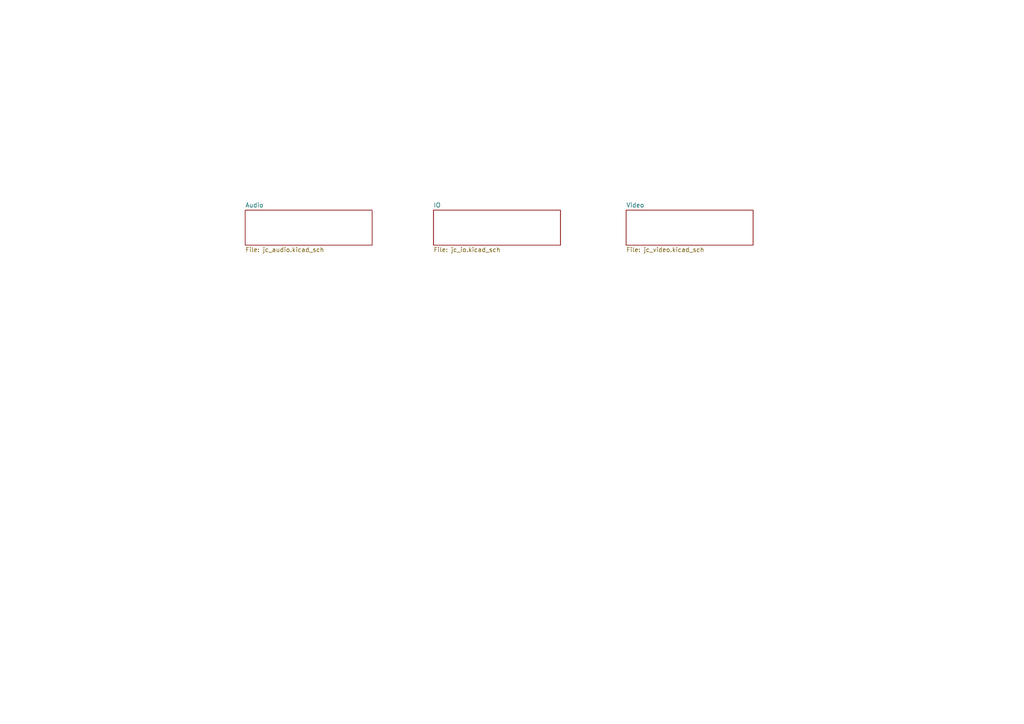
<source format=kicad_sch>
(kicad_sch (version 20211123) (generator eeschema)
  (paper "A4")
  (title_block (title "Jammacon") (date "2022-02-24") (rev "2.2") (company "Shane Kiely"))
  (lib_symbols)
  (sheet (at 125.73 60.96) (size 36.83 10.16) (stroke (width 0.1524))
    (property "Sheet name" "IO" (at 125.73 60.2484 0) (effects (justify left bottom)))
    (property "Sheet file" "jc_io.kicad_sch" (at 125.73 71.7046 0) (effects (justify left top)))
  )
  (sheet (at 181.61 60.96) (size 36.83 10.16) (stroke (width 0.1524))
    (property "Sheet name" "Video" (at 181.61 60.2484 0) (effects (justify left bottom)))
    (property "Sheet file" "jc_video.kicad_sch" (at 181.61 71.7046 0) (effects (justify left top)))
  )
  (sheet (at 71.12 60.96) (size 36.83 10.16) (stroke (width 0.1524))
    (property "Sheet name" "Audio" (at 71.12 60.2484 0) (effects (justify left bottom)))
    (property "Sheet file" "jc_audio.kicad_sch" (at 71.12 71.7046 0) (effects (justify left top)))
  )
)
</source>
